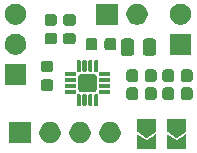
<source format=gbr>
G04 #@! TF.GenerationSoftware,KiCad,Pcbnew,5.1.5+dfsg1-2+b1*
G04 #@! TF.CreationDate,2020-04-04T21:00:22+09:00*
G04 #@! TF.ProjectId,dbmbyhd,64626d62-7968-4642-9e6b-696361645f70,rev?*
G04 #@! TF.SameCoordinates,Original*
G04 #@! TF.FileFunction,Soldermask,Top*
G04 #@! TF.FilePolarity,Negative*
%FSLAX46Y46*%
G04 Gerber Fmt 4.6, Leading zero omitted, Abs format (unit mm)*
G04 Created by KiCad (PCBNEW 5.1.5+dfsg1-2+b1) date 2020-04-04 21:00:22*
%MOMM*%
%LPD*%
G04 APERTURE LIST*
%ADD10C,0.020000*%
G04 APERTURE END LIST*
D10*
G36*
X152842550Y-106704748D02*
G01*
X152852161Y-106707674D01*
X152861016Y-106712419D01*
X152868775Y-106718801D01*
X152875140Y-106726573D01*
X152879867Y-106735438D01*
X152879867Y-106735439D01*
X152882773Y-106745056D01*
X152883771Y-106755242D01*
X152883771Y-107904754D01*
X152883747Y-107904998D01*
X152883747Y-107905000D01*
X152882762Y-107914998D01*
X152879846Y-107924611D01*
X152876081Y-107931654D01*
X152875108Y-107933475D01*
X152868737Y-107941237D01*
X152860975Y-107947608D01*
X152860971Y-107947610D01*
X152852111Y-107952346D01*
X152842498Y-107955262D01*
X152832500Y-107956247D01*
X152832498Y-107956247D01*
X152832254Y-107956271D01*
X151332746Y-107956271D01*
X151332502Y-107956247D01*
X151332500Y-107956247D01*
X151322502Y-107955262D01*
X151312889Y-107952346D01*
X151304029Y-107947610D01*
X151304025Y-107947608D01*
X151296263Y-107941237D01*
X151289892Y-107933475D01*
X151288919Y-107931654D01*
X151285154Y-107924611D01*
X151282238Y-107914998D01*
X151281253Y-107905000D01*
X151281253Y-107904998D01*
X151281229Y-107904754D01*
X151281229Y-106755246D01*
X151282238Y-106745003D01*
X151285154Y-106735390D01*
X151285154Y-106735389D01*
X151289890Y-106726529D01*
X151289892Y-106726525D01*
X151296263Y-106718763D01*
X151304025Y-106712392D01*
X151305846Y-106711419D01*
X151312889Y-106707654D01*
X151322502Y-106704738D01*
X151332500Y-106703753D01*
X151342498Y-106704738D01*
X151347304Y-106706196D01*
X151352112Y-106707654D01*
X151355337Y-106709376D01*
X151360927Y-106712360D01*
X151360934Y-106712365D01*
X151361150Y-106712480D01*
X152079727Y-107191531D01*
X152080592Y-107191992D01*
X152081530Y-107192276D01*
X152082505Y-107192371D01*
X152083480Y-107192274D01*
X152084418Y-107191988D01*
X152085273Y-107191531D01*
X152803854Y-106712477D01*
X152804073Y-106712360D01*
X152812938Y-106707633D01*
X152822555Y-106704727D01*
X152832554Y-106703753D01*
X152842550Y-106704748D01*
G37*
G36*
X155382550Y-106704748D02*
G01*
X155392161Y-106707674D01*
X155401016Y-106712419D01*
X155408775Y-106718801D01*
X155415140Y-106726573D01*
X155419867Y-106735438D01*
X155419867Y-106735439D01*
X155422773Y-106745056D01*
X155423771Y-106755242D01*
X155423771Y-107904754D01*
X155423747Y-107904998D01*
X155423747Y-107905000D01*
X155422762Y-107914998D01*
X155419846Y-107924611D01*
X155416081Y-107931654D01*
X155415108Y-107933475D01*
X155408737Y-107941237D01*
X155400975Y-107947608D01*
X155400971Y-107947610D01*
X155392111Y-107952346D01*
X155382498Y-107955262D01*
X155372500Y-107956247D01*
X155372498Y-107956247D01*
X155372254Y-107956271D01*
X153872746Y-107956271D01*
X153872502Y-107956247D01*
X153872500Y-107956247D01*
X153862502Y-107955262D01*
X153852889Y-107952346D01*
X153844029Y-107947610D01*
X153844025Y-107947608D01*
X153836263Y-107941237D01*
X153829892Y-107933475D01*
X153828919Y-107931654D01*
X153825154Y-107924611D01*
X153822238Y-107914998D01*
X153821253Y-107905000D01*
X153821253Y-107904998D01*
X153821229Y-107904754D01*
X153821229Y-106755246D01*
X153822238Y-106745003D01*
X153825154Y-106735390D01*
X153825154Y-106735389D01*
X153829890Y-106726529D01*
X153829892Y-106726525D01*
X153836263Y-106718763D01*
X153844025Y-106712392D01*
X153845846Y-106711419D01*
X153852889Y-106707654D01*
X153862502Y-106704738D01*
X153872500Y-106703753D01*
X153882498Y-106704738D01*
X153887304Y-106706196D01*
X153892112Y-106707654D01*
X153895337Y-106709376D01*
X153900927Y-106712360D01*
X153900934Y-106712365D01*
X153901150Y-106712480D01*
X154619727Y-107191531D01*
X154620592Y-107191992D01*
X154621530Y-107192276D01*
X154622505Y-107192371D01*
X154623480Y-107192274D01*
X154624418Y-107191988D01*
X154625273Y-107191531D01*
X155343854Y-106712477D01*
X155344073Y-106712360D01*
X155352938Y-106707633D01*
X155362555Y-106704727D01*
X155372554Y-106703753D01*
X155382550Y-106704748D01*
G37*
G36*
X146693812Y-105686624D02*
G01*
X146693815Y-105686625D01*
X146693814Y-105686625D01*
X146857781Y-105754542D01*
X147005354Y-105853147D01*
X147130853Y-105978646D01*
X147229458Y-106126219D01*
X147284831Y-106259902D01*
X147297376Y-106290188D01*
X147332000Y-106464259D01*
X147332000Y-106641741D01*
X147297376Y-106815812D01*
X147297375Y-106815814D01*
X147229458Y-106979781D01*
X147130853Y-107127354D01*
X147005354Y-107252853D01*
X146857781Y-107351458D01*
X146724098Y-107406831D01*
X146693812Y-107419376D01*
X146519741Y-107454000D01*
X146342259Y-107454000D01*
X146168188Y-107419376D01*
X146137902Y-107406831D01*
X146004219Y-107351458D01*
X145856646Y-107252853D01*
X145731147Y-107127354D01*
X145632542Y-106979781D01*
X145564625Y-106815814D01*
X145564624Y-106815812D01*
X145530000Y-106641741D01*
X145530000Y-106464259D01*
X145564624Y-106290188D01*
X145577169Y-106259902D01*
X145632542Y-106126219D01*
X145731147Y-105978646D01*
X145856646Y-105853147D01*
X146004219Y-105754542D01*
X146168186Y-105686625D01*
X146168185Y-105686625D01*
X146168188Y-105686624D01*
X146342259Y-105652000D01*
X146519741Y-105652000D01*
X146693812Y-105686624D01*
G37*
G36*
X142252000Y-107454000D02*
G01*
X140450000Y-107454000D01*
X140450000Y-105652000D01*
X142252000Y-105652000D01*
X142252000Y-107454000D01*
G37*
G36*
X144153812Y-105686624D02*
G01*
X144153815Y-105686625D01*
X144153814Y-105686625D01*
X144317781Y-105754542D01*
X144465354Y-105853147D01*
X144590853Y-105978646D01*
X144689458Y-106126219D01*
X144744831Y-106259902D01*
X144757376Y-106290188D01*
X144792000Y-106464259D01*
X144792000Y-106641741D01*
X144757376Y-106815812D01*
X144757375Y-106815814D01*
X144689458Y-106979781D01*
X144590853Y-107127354D01*
X144465354Y-107252853D01*
X144317781Y-107351458D01*
X144184098Y-107406831D01*
X144153812Y-107419376D01*
X143979741Y-107454000D01*
X143802259Y-107454000D01*
X143628188Y-107419376D01*
X143597902Y-107406831D01*
X143464219Y-107351458D01*
X143316646Y-107252853D01*
X143191147Y-107127354D01*
X143092542Y-106979781D01*
X143024625Y-106815814D01*
X143024624Y-106815812D01*
X142990000Y-106641741D01*
X142990000Y-106464259D01*
X143024624Y-106290188D01*
X143037169Y-106259902D01*
X143092542Y-106126219D01*
X143191147Y-105978646D01*
X143316646Y-105853147D01*
X143464219Y-105754542D01*
X143628186Y-105686625D01*
X143628185Y-105686625D01*
X143628188Y-105686624D01*
X143802259Y-105652000D01*
X143979741Y-105652000D01*
X144153812Y-105686624D01*
G37*
G36*
X149233812Y-105686624D02*
G01*
X149233815Y-105686625D01*
X149233814Y-105686625D01*
X149397781Y-105754542D01*
X149545354Y-105853147D01*
X149670853Y-105978646D01*
X149769458Y-106126219D01*
X149824831Y-106259902D01*
X149837376Y-106290188D01*
X149872000Y-106464259D01*
X149872000Y-106641741D01*
X149837376Y-106815812D01*
X149837375Y-106815814D01*
X149769458Y-106979781D01*
X149670853Y-107127354D01*
X149545354Y-107252853D01*
X149397781Y-107351458D01*
X149264098Y-107406831D01*
X149233812Y-107419376D01*
X149059741Y-107454000D01*
X148882259Y-107454000D01*
X148708188Y-107419376D01*
X148677902Y-107406831D01*
X148544219Y-107351458D01*
X148396646Y-107252853D01*
X148271147Y-107127354D01*
X148172542Y-106979781D01*
X148104625Y-106815814D01*
X148104624Y-106815812D01*
X148070000Y-106641741D01*
X148070000Y-106464259D01*
X148104624Y-106290188D01*
X148117169Y-106259902D01*
X148172542Y-106126219D01*
X148271147Y-105978646D01*
X148396646Y-105853147D01*
X148544219Y-105754542D01*
X148708186Y-105686625D01*
X148708185Y-105686625D01*
X148708188Y-105686624D01*
X148882259Y-105652000D01*
X149059741Y-105652000D01*
X149233812Y-105686624D01*
G37*
G36*
X152832498Y-105403753D02*
G01*
X152832500Y-105403753D01*
X152842498Y-105404738D01*
X152852111Y-105407654D01*
X152859154Y-105411419D01*
X152860975Y-105412392D01*
X152868737Y-105418763D01*
X152875108Y-105426525D01*
X152875110Y-105426529D01*
X152879846Y-105435389D01*
X152879846Y-105435390D01*
X152882762Y-105445003D01*
X152883771Y-105455246D01*
X152883771Y-106454754D01*
X152883747Y-106454998D01*
X152883747Y-106455000D01*
X152882762Y-106464998D01*
X152879846Y-106474611D01*
X152879819Y-106474661D01*
X152875108Y-106483475D01*
X152868739Y-106491235D01*
X152868737Y-106491237D01*
X152860927Y-106497640D01*
X152860920Y-106497645D01*
X152860733Y-106497798D01*
X152111146Y-106997523D01*
X152110929Y-106997639D01*
X152110927Y-106997640D01*
X152102062Y-107002367D01*
X152092445Y-107005273D01*
X152082446Y-107006247D01*
X152072450Y-107005252D01*
X152062839Y-107002326D01*
X152054073Y-106997640D01*
X152054070Y-106997638D01*
X152053851Y-106997521D01*
X151304268Y-106497799D01*
X151304078Y-106497643D01*
X151304073Y-106497640D01*
X151296301Y-106491275D01*
X151289919Y-106483516D01*
X151285174Y-106474661D01*
X151282248Y-106465050D01*
X151281253Y-106455000D01*
X151281253Y-106454991D01*
X151281229Y-106454749D01*
X151281229Y-105455246D01*
X151282238Y-105445003D01*
X151285154Y-105435390D01*
X151285154Y-105435389D01*
X151289890Y-105426529D01*
X151289892Y-105426525D01*
X151296263Y-105418763D01*
X151304025Y-105412392D01*
X151305846Y-105411419D01*
X151312889Y-105407654D01*
X151322502Y-105404738D01*
X151332500Y-105403753D01*
X151332502Y-105403753D01*
X151332746Y-105403729D01*
X152832254Y-105403729D01*
X152832498Y-105403753D01*
G37*
G36*
X155372498Y-105403753D02*
G01*
X155372500Y-105403753D01*
X155382498Y-105404738D01*
X155392111Y-105407654D01*
X155399154Y-105411419D01*
X155400975Y-105412392D01*
X155408737Y-105418763D01*
X155415108Y-105426525D01*
X155415110Y-105426529D01*
X155419846Y-105435389D01*
X155419846Y-105435390D01*
X155422762Y-105445003D01*
X155423771Y-105455246D01*
X155423771Y-106454754D01*
X155423747Y-106454998D01*
X155423747Y-106455000D01*
X155422762Y-106464998D01*
X155419846Y-106474611D01*
X155419819Y-106474661D01*
X155415108Y-106483475D01*
X155408739Y-106491235D01*
X155408737Y-106491237D01*
X155400927Y-106497640D01*
X155400920Y-106497645D01*
X155400733Y-106497798D01*
X154651146Y-106997523D01*
X154650929Y-106997639D01*
X154650927Y-106997640D01*
X154642062Y-107002367D01*
X154632445Y-107005273D01*
X154622446Y-107006247D01*
X154612450Y-107005252D01*
X154602839Y-107002326D01*
X154594073Y-106997640D01*
X154594070Y-106997638D01*
X154593851Y-106997521D01*
X153844268Y-106497799D01*
X153844078Y-106497643D01*
X153844073Y-106497640D01*
X153836301Y-106491275D01*
X153829919Y-106483516D01*
X153825174Y-106474661D01*
X153822248Y-106465050D01*
X153821253Y-106455000D01*
X153821253Y-106454991D01*
X153821229Y-106454749D01*
X153821229Y-105455246D01*
X153822238Y-105445003D01*
X153825154Y-105435390D01*
X153825154Y-105435389D01*
X153829890Y-105426529D01*
X153829892Y-105426525D01*
X153836263Y-105418763D01*
X153844025Y-105412392D01*
X153845846Y-105411419D01*
X153852889Y-105407654D01*
X153862502Y-105404738D01*
X153872500Y-105403753D01*
X153872502Y-105403753D01*
X153872746Y-105403729D01*
X155372254Y-105403729D01*
X155372498Y-105403753D01*
G37*
G36*
X146423174Y-103312667D02*
G01*
X146439211Y-103317531D01*
X146453987Y-103325429D01*
X146466940Y-103336060D01*
X146477571Y-103349013D01*
X146485469Y-103363789D01*
X146490333Y-103379826D01*
X146492000Y-103396746D01*
X146492000Y-104202254D01*
X146490333Y-104219174D01*
X146485469Y-104235211D01*
X146477571Y-104249987D01*
X146466940Y-104262940D01*
X146453987Y-104273571D01*
X146439211Y-104281469D01*
X146423174Y-104286333D01*
X146406254Y-104288000D01*
X146225746Y-104288000D01*
X146208826Y-104286333D01*
X146192789Y-104281469D01*
X146178013Y-104273571D01*
X146165060Y-104262940D01*
X146154429Y-104249987D01*
X146146531Y-104235211D01*
X146141667Y-104219174D01*
X146140000Y-104202254D01*
X146140000Y-103396746D01*
X146141667Y-103379826D01*
X146146531Y-103363789D01*
X146154429Y-103349013D01*
X146165060Y-103336060D01*
X146178013Y-103325429D01*
X146192789Y-103317531D01*
X146208826Y-103312667D01*
X146225746Y-103311000D01*
X146406254Y-103311000D01*
X146423174Y-103312667D01*
G37*
G36*
X146923174Y-103312667D02*
G01*
X146939211Y-103317531D01*
X146953987Y-103325429D01*
X146966940Y-103336060D01*
X146977571Y-103349013D01*
X146985469Y-103363789D01*
X146990333Y-103379826D01*
X146992000Y-103396746D01*
X146992000Y-104202254D01*
X146990333Y-104219174D01*
X146985469Y-104235211D01*
X146977571Y-104249987D01*
X146966940Y-104262940D01*
X146953987Y-104273571D01*
X146939211Y-104281469D01*
X146923174Y-104286333D01*
X146906254Y-104288000D01*
X146725746Y-104288000D01*
X146708826Y-104286333D01*
X146692789Y-104281469D01*
X146678013Y-104273571D01*
X146665060Y-104262940D01*
X146654429Y-104249987D01*
X146646531Y-104235211D01*
X146641667Y-104219174D01*
X146640000Y-104202254D01*
X146640000Y-103396746D01*
X146641667Y-103379826D01*
X146646531Y-103363789D01*
X146654429Y-103349013D01*
X146665060Y-103336060D01*
X146678013Y-103325429D01*
X146692789Y-103317531D01*
X146708826Y-103312667D01*
X146725746Y-103311000D01*
X146906254Y-103311000D01*
X146923174Y-103312667D01*
G37*
G36*
X147423174Y-103312667D02*
G01*
X147439211Y-103317531D01*
X147453987Y-103325429D01*
X147466940Y-103336060D01*
X147477571Y-103349013D01*
X147485469Y-103363789D01*
X147490333Y-103379826D01*
X147492000Y-103396746D01*
X147492000Y-104202254D01*
X147490333Y-104219174D01*
X147485469Y-104235211D01*
X147477571Y-104249987D01*
X147466940Y-104262940D01*
X147453987Y-104273571D01*
X147439211Y-104281469D01*
X147423174Y-104286333D01*
X147406254Y-104288000D01*
X147225746Y-104288000D01*
X147208826Y-104286333D01*
X147192789Y-104281469D01*
X147178013Y-104273571D01*
X147165060Y-104262940D01*
X147154429Y-104249987D01*
X147146531Y-104235211D01*
X147141667Y-104219174D01*
X147140000Y-104202254D01*
X147140000Y-103396746D01*
X147141667Y-103379826D01*
X147146531Y-103363789D01*
X147154429Y-103349013D01*
X147165060Y-103336060D01*
X147178013Y-103325429D01*
X147192789Y-103317531D01*
X147208826Y-103312667D01*
X147225746Y-103311000D01*
X147406254Y-103311000D01*
X147423174Y-103312667D01*
G37*
G36*
X147923174Y-103312667D02*
G01*
X147939211Y-103317531D01*
X147953987Y-103325429D01*
X147966940Y-103336060D01*
X147977571Y-103349013D01*
X147985469Y-103363789D01*
X147990333Y-103379826D01*
X147992000Y-103396746D01*
X147992000Y-104202254D01*
X147990333Y-104219174D01*
X147985469Y-104235211D01*
X147977571Y-104249987D01*
X147966940Y-104262940D01*
X147953987Y-104273571D01*
X147939211Y-104281469D01*
X147923174Y-104286333D01*
X147906254Y-104288000D01*
X147725746Y-104288000D01*
X147708826Y-104286333D01*
X147692789Y-104281469D01*
X147678013Y-104273571D01*
X147665060Y-104262940D01*
X147654429Y-104249987D01*
X147646531Y-104235211D01*
X147641667Y-104219174D01*
X147640000Y-104202254D01*
X147640000Y-103396746D01*
X147641667Y-103379826D01*
X147646531Y-103363789D01*
X147654429Y-103349013D01*
X147665060Y-103336060D01*
X147678013Y-103325429D01*
X147692789Y-103317531D01*
X147708826Y-103312667D01*
X147725746Y-103311000D01*
X147906254Y-103311000D01*
X147923174Y-103312667D01*
G37*
G36*
X155767407Y-102729669D02*
G01*
X155812753Y-102743425D01*
X155854549Y-102765765D01*
X155891176Y-102795824D01*
X155921235Y-102832451D01*
X155943575Y-102874247D01*
X155957331Y-102919593D01*
X155962000Y-102966996D01*
X155962000Y-103535004D01*
X155957331Y-103582407D01*
X155943575Y-103627753D01*
X155921235Y-103669549D01*
X155891176Y-103706176D01*
X155854549Y-103736235D01*
X155812753Y-103758575D01*
X155767407Y-103772331D01*
X155720004Y-103777000D01*
X155226996Y-103777000D01*
X155179593Y-103772331D01*
X155134247Y-103758575D01*
X155092451Y-103736235D01*
X155055824Y-103706176D01*
X155025765Y-103669549D01*
X155003425Y-103627753D01*
X154989669Y-103582407D01*
X154985000Y-103535004D01*
X154985000Y-102966996D01*
X154989669Y-102919593D01*
X155003425Y-102874247D01*
X155025765Y-102832451D01*
X155055824Y-102795824D01*
X155092451Y-102765765D01*
X155134247Y-102743425D01*
X155179593Y-102729669D01*
X155226996Y-102725000D01*
X155720004Y-102725000D01*
X155767407Y-102729669D01*
G37*
G36*
X154192407Y-102729669D02*
G01*
X154237753Y-102743425D01*
X154279549Y-102765765D01*
X154316176Y-102795824D01*
X154346235Y-102832451D01*
X154368575Y-102874247D01*
X154382331Y-102919593D01*
X154387000Y-102966996D01*
X154387000Y-103535004D01*
X154382331Y-103582407D01*
X154368575Y-103627753D01*
X154346235Y-103669549D01*
X154316176Y-103706176D01*
X154279549Y-103736235D01*
X154237753Y-103758575D01*
X154192407Y-103772331D01*
X154145004Y-103777000D01*
X153651996Y-103777000D01*
X153604593Y-103772331D01*
X153559247Y-103758575D01*
X153517451Y-103736235D01*
X153480824Y-103706176D01*
X153450765Y-103669549D01*
X153428425Y-103627753D01*
X153414669Y-103582407D01*
X153410000Y-103535004D01*
X153410000Y-102966996D01*
X153414669Y-102919593D01*
X153428425Y-102874247D01*
X153450765Y-102832451D01*
X153480824Y-102795824D01*
X153517451Y-102765765D01*
X153559247Y-102743425D01*
X153604593Y-102729669D01*
X153651996Y-102725000D01*
X154145004Y-102725000D01*
X154192407Y-102729669D01*
G37*
G36*
X151144407Y-102729669D02*
G01*
X151189753Y-102743425D01*
X151231549Y-102765765D01*
X151268176Y-102795824D01*
X151298235Y-102832451D01*
X151320575Y-102874247D01*
X151334331Y-102919593D01*
X151339000Y-102966996D01*
X151339000Y-103535004D01*
X151334331Y-103582407D01*
X151320575Y-103627753D01*
X151298235Y-103669549D01*
X151268176Y-103706176D01*
X151231549Y-103736235D01*
X151189753Y-103758575D01*
X151144407Y-103772331D01*
X151097004Y-103777000D01*
X150603996Y-103777000D01*
X150556593Y-103772331D01*
X150511247Y-103758575D01*
X150469451Y-103736235D01*
X150432824Y-103706176D01*
X150402765Y-103669549D01*
X150380425Y-103627753D01*
X150366669Y-103582407D01*
X150362000Y-103535004D01*
X150362000Y-102966996D01*
X150366669Y-102919593D01*
X150380425Y-102874247D01*
X150402765Y-102832451D01*
X150432824Y-102795824D01*
X150469451Y-102765765D01*
X150511247Y-102743425D01*
X150556593Y-102729669D01*
X150603996Y-102725000D01*
X151097004Y-102725000D01*
X151144407Y-102729669D01*
G37*
G36*
X152719407Y-102729669D02*
G01*
X152764753Y-102743425D01*
X152806549Y-102765765D01*
X152843176Y-102795824D01*
X152873235Y-102832451D01*
X152895575Y-102874247D01*
X152909331Y-102919593D01*
X152914000Y-102966996D01*
X152914000Y-103535004D01*
X152909331Y-103582407D01*
X152895575Y-103627753D01*
X152873235Y-103669549D01*
X152843176Y-103706176D01*
X152806549Y-103736235D01*
X152764753Y-103758575D01*
X152719407Y-103772331D01*
X152672004Y-103777000D01*
X152178996Y-103777000D01*
X152131593Y-103772331D01*
X152086247Y-103758575D01*
X152044451Y-103736235D01*
X152007824Y-103706176D01*
X151977765Y-103669549D01*
X151955425Y-103627753D01*
X151941669Y-103582407D01*
X151937000Y-103535004D01*
X151937000Y-102966996D01*
X151941669Y-102919593D01*
X151955425Y-102874247D01*
X151977765Y-102832451D01*
X152007824Y-102795824D01*
X152044451Y-102765765D01*
X152086247Y-102743425D01*
X152131593Y-102729669D01*
X152178996Y-102725000D01*
X152672004Y-102725000D01*
X152719407Y-102729669D01*
G37*
G36*
X148923174Y-102937667D02*
G01*
X148939211Y-102942531D01*
X148953987Y-102950429D01*
X148966940Y-102961060D01*
X148977571Y-102974013D01*
X148985469Y-102988789D01*
X148990333Y-103004826D01*
X148992000Y-103021746D01*
X148992000Y-103202254D01*
X148990333Y-103219174D01*
X148985469Y-103235211D01*
X148977571Y-103249987D01*
X148966940Y-103262940D01*
X148953987Y-103273571D01*
X148939211Y-103281469D01*
X148923174Y-103286333D01*
X148906254Y-103288000D01*
X148100746Y-103288000D01*
X148083826Y-103286333D01*
X148067789Y-103281469D01*
X148053013Y-103273571D01*
X148040060Y-103262940D01*
X148029429Y-103249987D01*
X148021531Y-103235211D01*
X148016667Y-103219174D01*
X148015000Y-103202254D01*
X148015000Y-103021746D01*
X148016667Y-103004826D01*
X148021531Y-102988789D01*
X148029429Y-102974013D01*
X148040060Y-102961060D01*
X148053013Y-102950429D01*
X148067789Y-102942531D01*
X148083826Y-102937667D01*
X148100746Y-102936000D01*
X148906254Y-102936000D01*
X148923174Y-102937667D01*
G37*
G36*
X146048174Y-102937667D02*
G01*
X146064211Y-102942531D01*
X146078987Y-102950429D01*
X146091940Y-102961060D01*
X146102571Y-102974013D01*
X146110469Y-102988789D01*
X146115333Y-103004826D01*
X146117000Y-103021746D01*
X146117000Y-103202254D01*
X146115333Y-103219174D01*
X146110469Y-103235211D01*
X146102571Y-103249987D01*
X146091940Y-103262940D01*
X146078987Y-103273571D01*
X146064211Y-103281469D01*
X146048174Y-103286333D01*
X146031254Y-103288000D01*
X145225746Y-103288000D01*
X145208826Y-103286333D01*
X145192789Y-103281469D01*
X145178013Y-103273571D01*
X145165060Y-103262940D01*
X145154429Y-103249987D01*
X145146531Y-103235211D01*
X145141667Y-103219174D01*
X145140000Y-103202254D01*
X145140000Y-103021746D01*
X145141667Y-103004826D01*
X145146531Y-102988789D01*
X145154429Y-102974013D01*
X145165060Y-102961060D01*
X145178013Y-102950429D01*
X145192789Y-102942531D01*
X145208826Y-102937667D01*
X145225746Y-102936000D01*
X146031254Y-102936000D01*
X146048174Y-102937667D01*
G37*
G36*
X147629248Y-101591103D02*
G01*
X147678828Y-101606142D01*
X147724521Y-101630566D01*
X147764568Y-101663432D01*
X147797434Y-101703479D01*
X147821858Y-101749172D01*
X147836897Y-101798752D01*
X147842000Y-101850557D01*
X147842000Y-102873443D01*
X147836897Y-102925248D01*
X147821858Y-102974828D01*
X147797434Y-103020521D01*
X147764568Y-103060568D01*
X147724521Y-103093434D01*
X147678828Y-103117858D01*
X147629248Y-103132897D01*
X147577443Y-103138000D01*
X146554557Y-103138000D01*
X146502752Y-103132897D01*
X146453172Y-103117858D01*
X146407479Y-103093434D01*
X146367432Y-103060568D01*
X146334566Y-103020521D01*
X146310142Y-102974828D01*
X146295103Y-102925248D01*
X146290000Y-102873443D01*
X146290000Y-101850557D01*
X146295103Y-101798752D01*
X146310142Y-101749172D01*
X146334566Y-101703479D01*
X146367432Y-101663432D01*
X146407479Y-101630566D01*
X146453172Y-101606142D01*
X146502752Y-101591103D01*
X146554557Y-101586000D01*
X147577443Y-101586000D01*
X147629248Y-101591103D01*
G37*
G36*
X143968407Y-102030669D02*
G01*
X144013753Y-102044425D01*
X144055549Y-102066765D01*
X144092176Y-102096824D01*
X144122235Y-102133451D01*
X144144575Y-102175247D01*
X144158331Y-102220593D01*
X144163000Y-102267996D01*
X144163000Y-102761004D01*
X144158331Y-102808407D01*
X144144575Y-102853753D01*
X144122235Y-102895549D01*
X144092176Y-102932176D01*
X144055549Y-102962235D01*
X144013753Y-102984575D01*
X143968407Y-102998331D01*
X143921004Y-103003000D01*
X143352996Y-103003000D01*
X143305593Y-102998331D01*
X143260247Y-102984575D01*
X143218451Y-102962235D01*
X143181824Y-102932176D01*
X143151765Y-102895549D01*
X143129425Y-102853753D01*
X143115669Y-102808407D01*
X143111000Y-102761004D01*
X143111000Y-102267996D01*
X143115669Y-102220593D01*
X143129425Y-102175247D01*
X143151765Y-102133451D01*
X143181824Y-102096824D01*
X143218451Y-102066765D01*
X143260247Y-102044425D01*
X143305593Y-102030669D01*
X143352996Y-102026000D01*
X143921004Y-102026000D01*
X143968407Y-102030669D01*
G37*
G36*
X146048174Y-102437667D02*
G01*
X146064211Y-102442531D01*
X146078987Y-102450429D01*
X146091940Y-102461060D01*
X146102571Y-102474013D01*
X146110469Y-102488789D01*
X146115333Y-102504826D01*
X146117000Y-102521746D01*
X146117000Y-102702254D01*
X146115333Y-102719174D01*
X146110469Y-102735211D01*
X146102571Y-102749987D01*
X146091940Y-102762940D01*
X146078987Y-102773571D01*
X146064211Y-102781469D01*
X146048174Y-102786333D01*
X146031254Y-102788000D01*
X145225746Y-102788000D01*
X145208826Y-102786333D01*
X145192789Y-102781469D01*
X145178013Y-102773571D01*
X145165060Y-102762940D01*
X145154429Y-102749987D01*
X145146531Y-102735211D01*
X145141667Y-102719174D01*
X145140000Y-102702254D01*
X145140000Y-102521746D01*
X145141667Y-102504826D01*
X145146531Y-102488789D01*
X145154429Y-102474013D01*
X145165060Y-102461060D01*
X145178013Y-102450429D01*
X145192789Y-102442531D01*
X145208826Y-102437667D01*
X145225746Y-102436000D01*
X146031254Y-102436000D01*
X146048174Y-102437667D01*
G37*
G36*
X148923174Y-102437667D02*
G01*
X148939211Y-102442531D01*
X148953987Y-102450429D01*
X148966940Y-102461060D01*
X148977571Y-102474013D01*
X148985469Y-102488789D01*
X148990333Y-102504826D01*
X148992000Y-102521746D01*
X148992000Y-102702254D01*
X148990333Y-102719174D01*
X148985469Y-102735211D01*
X148977571Y-102749987D01*
X148966940Y-102762940D01*
X148953987Y-102773571D01*
X148939211Y-102781469D01*
X148923174Y-102786333D01*
X148906254Y-102788000D01*
X148100746Y-102788000D01*
X148083826Y-102786333D01*
X148067789Y-102781469D01*
X148053013Y-102773571D01*
X148040060Y-102762940D01*
X148029429Y-102749987D01*
X148021531Y-102735211D01*
X148016667Y-102719174D01*
X148015000Y-102702254D01*
X148015000Y-102521746D01*
X148016667Y-102504826D01*
X148021531Y-102488789D01*
X148029429Y-102474013D01*
X148040060Y-102461060D01*
X148053013Y-102450429D01*
X148067789Y-102442531D01*
X148083826Y-102437667D01*
X148100746Y-102436000D01*
X148906254Y-102436000D01*
X148923174Y-102437667D01*
G37*
G36*
X141871000Y-102501000D02*
G01*
X140069000Y-102501000D01*
X140069000Y-100699000D01*
X141871000Y-100699000D01*
X141871000Y-102501000D01*
G37*
G36*
X148923174Y-101937667D02*
G01*
X148939211Y-101942531D01*
X148953987Y-101950429D01*
X148966940Y-101961060D01*
X148977571Y-101974013D01*
X148985469Y-101988789D01*
X148990333Y-102004826D01*
X148992000Y-102021746D01*
X148992000Y-102202254D01*
X148990333Y-102219174D01*
X148985469Y-102235211D01*
X148977571Y-102249987D01*
X148966940Y-102262940D01*
X148953987Y-102273571D01*
X148939211Y-102281469D01*
X148923174Y-102286333D01*
X148906254Y-102288000D01*
X148100746Y-102288000D01*
X148083826Y-102286333D01*
X148067789Y-102281469D01*
X148053013Y-102273571D01*
X148040060Y-102262940D01*
X148029429Y-102249987D01*
X148021531Y-102235211D01*
X148016667Y-102219174D01*
X148015000Y-102202254D01*
X148015000Y-102021746D01*
X148016667Y-102004826D01*
X148021531Y-101988789D01*
X148029429Y-101974013D01*
X148040060Y-101961060D01*
X148053013Y-101950429D01*
X148067789Y-101942531D01*
X148083826Y-101937667D01*
X148100746Y-101936000D01*
X148906254Y-101936000D01*
X148923174Y-101937667D01*
G37*
G36*
X146048174Y-101937667D02*
G01*
X146064211Y-101942531D01*
X146078987Y-101950429D01*
X146091940Y-101961060D01*
X146102571Y-101974013D01*
X146110469Y-101988789D01*
X146115333Y-102004826D01*
X146117000Y-102021746D01*
X146117000Y-102202254D01*
X146115333Y-102219174D01*
X146110469Y-102235211D01*
X146102571Y-102249987D01*
X146091940Y-102262940D01*
X146078987Y-102273571D01*
X146064211Y-102281469D01*
X146048174Y-102286333D01*
X146031254Y-102288000D01*
X145225746Y-102288000D01*
X145208826Y-102286333D01*
X145192789Y-102281469D01*
X145178013Y-102273571D01*
X145165060Y-102262940D01*
X145154429Y-102249987D01*
X145146531Y-102235211D01*
X145141667Y-102219174D01*
X145140000Y-102202254D01*
X145140000Y-102021746D01*
X145141667Y-102004826D01*
X145146531Y-101988789D01*
X145154429Y-101974013D01*
X145165060Y-101961060D01*
X145178013Y-101950429D01*
X145192789Y-101942531D01*
X145208826Y-101937667D01*
X145225746Y-101936000D01*
X146031254Y-101936000D01*
X146048174Y-101937667D01*
G37*
G36*
X151144407Y-101205669D02*
G01*
X151189753Y-101219425D01*
X151231549Y-101241765D01*
X151268176Y-101271824D01*
X151298235Y-101308451D01*
X151320575Y-101350247D01*
X151334331Y-101395593D01*
X151339000Y-101442996D01*
X151339000Y-102011004D01*
X151334331Y-102058407D01*
X151320575Y-102103753D01*
X151298235Y-102145549D01*
X151268176Y-102182176D01*
X151231549Y-102212235D01*
X151189753Y-102234575D01*
X151144407Y-102248331D01*
X151097004Y-102253000D01*
X150603996Y-102253000D01*
X150556593Y-102248331D01*
X150511247Y-102234575D01*
X150469451Y-102212235D01*
X150432824Y-102182176D01*
X150402765Y-102145549D01*
X150380425Y-102103753D01*
X150366669Y-102058407D01*
X150362000Y-102011004D01*
X150362000Y-101442996D01*
X150366669Y-101395593D01*
X150380425Y-101350247D01*
X150402765Y-101308451D01*
X150432824Y-101271824D01*
X150469451Y-101241765D01*
X150511247Y-101219425D01*
X150556593Y-101205669D01*
X150603996Y-101201000D01*
X151097004Y-101201000D01*
X151144407Y-101205669D01*
G37*
G36*
X154192407Y-101205669D02*
G01*
X154237753Y-101219425D01*
X154279549Y-101241765D01*
X154316176Y-101271824D01*
X154346235Y-101308451D01*
X154368575Y-101350247D01*
X154382331Y-101395593D01*
X154387000Y-101442996D01*
X154387000Y-102011004D01*
X154382331Y-102058407D01*
X154368575Y-102103753D01*
X154346235Y-102145549D01*
X154316176Y-102182176D01*
X154279549Y-102212235D01*
X154237753Y-102234575D01*
X154192407Y-102248331D01*
X154145004Y-102253000D01*
X153651996Y-102253000D01*
X153604593Y-102248331D01*
X153559247Y-102234575D01*
X153517451Y-102212235D01*
X153480824Y-102182176D01*
X153450765Y-102145549D01*
X153428425Y-102103753D01*
X153414669Y-102058407D01*
X153410000Y-102011004D01*
X153410000Y-101442996D01*
X153414669Y-101395593D01*
X153428425Y-101350247D01*
X153450765Y-101308451D01*
X153480824Y-101271824D01*
X153517451Y-101241765D01*
X153559247Y-101219425D01*
X153604593Y-101205669D01*
X153651996Y-101201000D01*
X154145004Y-101201000D01*
X154192407Y-101205669D01*
G37*
G36*
X155767407Y-101205669D02*
G01*
X155812753Y-101219425D01*
X155854549Y-101241765D01*
X155891176Y-101271824D01*
X155921235Y-101308451D01*
X155943575Y-101350247D01*
X155957331Y-101395593D01*
X155962000Y-101442996D01*
X155962000Y-102011004D01*
X155957331Y-102058407D01*
X155943575Y-102103753D01*
X155921235Y-102145549D01*
X155891176Y-102182176D01*
X155854549Y-102212235D01*
X155812753Y-102234575D01*
X155767407Y-102248331D01*
X155720004Y-102253000D01*
X155226996Y-102253000D01*
X155179593Y-102248331D01*
X155134247Y-102234575D01*
X155092451Y-102212235D01*
X155055824Y-102182176D01*
X155025765Y-102145549D01*
X155003425Y-102103753D01*
X154989669Y-102058407D01*
X154985000Y-102011004D01*
X154985000Y-101442996D01*
X154989669Y-101395593D01*
X155003425Y-101350247D01*
X155025765Y-101308451D01*
X155055824Y-101271824D01*
X155092451Y-101241765D01*
X155134247Y-101219425D01*
X155179593Y-101205669D01*
X155226996Y-101201000D01*
X155720004Y-101201000D01*
X155767407Y-101205669D01*
G37*
G36*
X152719407Y-101205669D02*
G01*
X152764753Y-101219425D01*
X152806549Y-101241765D01*
X152843176Y-101271824D01*
X152873235Y-101308451D01*
X152895575Y-101350247D01*
X152909331Y-101395593D01*
X152914000Y-101442996D01*
X152914000Y-102011004D01*
X152909331Y-102058407D01*
X152895575Y-102103753D01*
X152873235Y-102145549D01*
X152843176Y-102182176D01*
X152806549Y-102212235D01*
X152764753Y-102234575D01*
X152719407Y-102248331D01*
X152672004Y-102253000D01*
X152178996Y-102253000D01*
X152131593Y-102248331D01*
X152086247Y-102234575D01*
X152044451Y-102212235D01*
X152007824Y-102182176D01*
X151977765Y-102145549D01*
X151955425Y-102103753D01*
X151941669Y-102058407D01*
X151937000Y-102011004D01*
X151937000Y-101442996D01*
X151941669Y-101395593D01*
X151955425Y-101350247D01*
X151977765Y-101308451D01*
X152007824Y-101271824D01*
X152044451Y-101241765D01*
X152086247Y-101219425D01*
X152131593Y-101205669D01*
X152178996Y-101201000D01*
X152672004Y-101201000D01*
X152719407Y-101205669D01*
G37*
G36*
X148923174Y-101437667D02*
G01*
X148939211Y-101442531D01*
X148953987Y-101450429D01*
X148966940Y-101461060D01*
X148977571Y-101474013D01*
X148985469Y-101488789D01*
X148990333Y-101504826D01*
X148992000Y-101521746D01*
X148992000Y-101702254D01*
X148990333Y-101719174D01*
X148985469Y-101735211D01*
X148977571Y-101749987D01*
X148966940Y-101762940D01*
X148953987Y-101773571D01*
X148939211Y-101781469D01*
X148923174Y-101786333D01*
X148906254Y-101788000D01*
X148100746Y-101788000D01*
X148083826Y-101786333D01*
X148067789Y-101781469D01*
X148053013Y-101773571D01*
X148040060Y-101762940D01*
X148029429Y-101749987D01*
X148021531Y-101735211D01*
X148016667Y-101719174D01*
X148015000Y-101702254D01*
X148015000Y-101521746D01*
X148016667Y-101504826D01*
X148021531Y-101488789D01*
X148029429Y-101474013D01*
X148040060Y-101461060D01*
X148053013Y-101450429D01*
X148067789Y-101442531D01*
X148083826Y-101437667D01*
X148100746Y-101436000D01*
X148906254Y-101436000D01*
X148923174Y-101437667D01*
G37*
G36*
X146048174Y-101437667D02*
G01*
X146064211Y-101442531D01*
X146078987Y-101450429D01*
X146091940Y-101461060D01*
X146102571Y-101474013D01*
X146110469Y-101488789D01*
X146115333Y-101504826D01*
X146117000Y-101521746D01*
X146117000Y-101702254D01*
X146115333Y-101719174D01*
X146110469Y-101735211D01*
X146102571Y-101749987D01*
X146091940Y-101762940D01*
X146078987Y-101773571D01*
X146064211Y-101781469D01*
X146048174Y-101786333D01*
X146031254Y-101788000D01*
X145225746Y-101788000D01*
X145208826Y-101786333D01*
X145192789Y-101781469D01*
X145178013Y-101773571D01*
X145165060Y-101762940D01*
X145154429Y-101749987D01*
X145146531Y-101735211D01*
X145141667Y-101719174D01*
X145140000Y-101702254D01*
X145140000Y-101521746D01*
X145141667Y-101504826D01*
X145146531Y-101488789D01*
X145154429Y-101474013D01*
X145165060Y-101461060D01*
X145178013Y-101450429D01*
X145192789Y-101442531D01*
X145208826Y-101437667D01*
X145225746Y-101436000D01*
X146031254Y-101436000D01*
X146048174Y-101437667D01*
G37*
G36*
X143968407Y-100455669D02*
G01*
X144013753Y-100469425D01*
X144055549Y-100491765D01*
X144092176Y-100521824D01*
X144122235Y-100558451D01*
X144144575Y-100600247D01*
X144158331Y-100645593D01*
X144163000Y-100692996D01*
X144163000Y-101186004D01*
X144158331Y-101233407D01*
X144144575Y-101278753D01*
X144122235Y-101320549D01*
X144092176Y-101357176D01*
X144055549Y-101387235D01*
X144013753Y-101409575D01*
X143968407Y-101423331D01*
X143921004Y-101428000D01*
X143352996Y-101428000D01*
X143305593Y-101423331D01*
X143260247Y-101409575D01*
X143218451Y-101387235D01*
X143181824Y-101357176D01*
X143151765Y-101320549D01*
X143129425Y-101278753D01*
X143115669Y-101233407D01*
X143111000Y-101186004D01*
X143111000Y-100692996D01*
X143115669Y-100645593D01*
X143129425Y-100600247D01*
X143151765Y-100558451D01*
X143181824Y-100521824D01*
X143218451Y-100491765D01*
X143260247Y-100469425D01*
X143305593Y-100455669D01*
X143352996Y-100451000D01*
X143921004Y-100451000D01*
X143968407Y-100455669D01*
G37*
G36*
X146423174Y-100437667D02*
G01*
X146439211Y-100442531D01*
X146453987Y-100450429D01*
X146466940Y-100461060D01*
X146477571Y-100474013D01*
X146485469Y-100488789D01*
X146490333Y-100504826D01*
X146492000Y-100521746D01*
X146492000Y-101327254D01*
X146490333Y-101344174D01*
X146485469Y-101360211D01*
X146477571Y-101374987D01*
X146466940Y-101387940D01*
X146453987Y-101398571D01*
X146439211Y-101406469D01*
X146423174Y-101411333D01*
X146406254Y-101413000D01*
X146225746Y-101413000D01*
X146208826Y-101411333D01*
X146192789Y-101406469D01*
X146178013Y-101398571D01*
X146165060Y-101387940D01*
X146154429Y-101374987D01*
X146146531Y-101360211D01*
X146141667Y-101344174D01*
X146140000Y-101327254D01*
X146140000Y-100521746D01*
X146141667Y-100504826D01*
X146146531Y-100488789D01*
X146154429Y-100474013D01*
X146165060Y-100461060D01*
X146178013Y-100450429D01*
X146192789Y-100442531D01*
X146208826Y-100437667D01*
X146225746Y-100436000D01*
X146406254Y-100436000D01*
X146423174Y-100437667D01*
G37*
G36*
X147923174Y-100437667D02*
G01*
X147939211Y-100442531D01*
X147953987Y-100450429D01*
X147966940Y-100461060D01*
X147977571Y-100474013D01*
X147985469Y-100488789D01*
X147990333Y-100504826D01*
X147992000Y-100521746D01*
X147992000Y-101327254D01*
X147990333Y-101344174D01*
X147985469Y-101360211D01*
X147977571Y-101374987D01*
X147966940Y-101387940D01*
X147953987Y-101398571D01*
X147939211Y-101406469D01*
X147923174Y-101411333D01*
X147906254Y-101413000D01*
X147725746Y-101413000D01*
X147708826Y-101411333D01*
X147692789Y-101406469D01*
X147678013Y-101398571D01*
X147665060Y-101387940D01*
X147654429Y-101374987D01*
X147646531Y-101360211D01*
X147641667Y-101344174D01*
X147640000Y-101327254D01*
X147640000Y-100521746D01*
X147641667Y-100504826D01*
X147646531Y-100488789D01*
X147654429Y-100474013D01*
X147665060Y-100461060D01*
X147678013Y-100450429D01*
X147692789Y-100442531D01*
X147708826Y-100437667D01*
X147725746Y-100436000D01*
X147906254Y-100436000D01*
X147923174Y-100437667D01*
G37*
G36*
X147423174Y-100437667D02*
G01*
X147439211Y-100442531D01*
X147453987Y-100450429D01*
X147466940Y-100461060D01*
X147477571Y-100474013D01*
X147485469Y-100488789D01*
X147490333Y-100504826D01*
X147492000Y-100521746D01*
X147492000Y-101327254D01*
X147490333Y-101344174D01*
X147485469Y-101360211D01*
X147477571Y-101374987D01*
X147466940Y-101387940D01*
X147453987Y-101398571D01*
X147439211Y-101406469D01*
X147423174Y-101411333D01*
X147406254Y-101413000D01*
X147225746Y-101413000D01*
X147208826Y-101411333D01*
X147192789Y-101406469D01*
X147178013Y-101398571D01*
X147165060Y-101387940D01*
X147154429Y-101374987D01*
X147146531Y-101360211D01*
X147141667Y-101344174D01*
X147140000Y-101327254D01*
X147140000Y-100521746D01*
X147141667Y-100504826D01*
X147146531Y-100488789D01*
X147154429Y-100474013D01*
X147165060Y-100461060D01*
X147178013Y-100450429D01*
X147192789Y-100442531D01*
X147208826Y-100437667D01*
X147225746Y-100436000D01*
X147406254Y-100436000D01*
X147423174Y-100437667D01*
G37*
G36*
X146923174Y-100437667D02*
G01*
X146939211Y-100442531D01*
X146953987Y-100450429D01*
X146966940Y-100461060D01*
X146977571Y-100474013D01*
X146985469Y-100488789D01*
X146990333Y-100504826D01*
X146992000Y-100521746D01*
X146992000Y-101327254D01*
X146990333Y-101344174D01*
X146985469Y-101360211D01*
X146977571Y-101374987D01*
X146966940Y-101387940D01*
X146953987Y-101398571D01*
X146939211Y-101406469D01*
X146923174Y-101411333D01*
X146906254Y-101413000D01*
X146725746Y-101413000D01*
X146708826Y-101411333D01*
X146692789Y-101406469D01*
X146678013Y-101398571D01*
X146665060Y-101387940D01*
X146654429Y-101374987D01*
X146646531Y-101360211D01*
X146641667Y-101344174D01*
X146640000Y-101327254D01*
X146640000Y-100521746D01*
X146641667Y-100504826D01*
X146646531Y-100488789D01*
X146654429Y-100474013D01*
X146665060Y-100461060D01*
X146678013Y-100450429D01*
X146692789Y-100442531D01*
X146708826Y-100437667D01*
X146725746Y-100436000D01*
X146906254Y-100436000D01*
X146923174Y-100437667D01*
G37*
G36*
X150770285Y-98568150D02*
G01*
X150820323Y-98583328D01*
X150866437Y-98607977D01*
X150906854Y-98641146D01*
X150940023Y-98681563D01*
X150964672Y-98727677D01*
X150979850Y-98777715D01*
X150985000Y-98829996D01*
X150985000Y-99798004D01*
X150979850Y-99850285D01*
X150964672Y-99900323D01*
X150940023Y-99946437D01*
X150906854Y-99986854D01*
X150866437Y-100020023D01*
X150820323Y-100044672D01*
X150770285Y-100059850D01*
X150718004Y-100065000D01*
X150174996Y-100065000D01*
X150122715Y-100059850D01*
X150072677Y-100044672D01*
X150026563Y-100020023D01*
X149986146Y-99986854D01*
X149952977Y-99946437D01*
X149928328Y-99900323D01*
X149913150Y-99850285D01*
X149908000Y-99798004D01*
X149908000Y-98829996D01*
X149913150Y-98777715D01*
X149928328Y-98727677D01*
X149952977Y-98681563D01*
X149986146Y-98641146D01*
X150026563Y-98607977D01*
X150072677Y-98583328D01*
X150122715Y-98568150D01*
X150174996Y-98563000D01*
X150718004Y-98563000D01*
X150770285Y-98568150D01*
G37*
G36*
X152645285Y-98568150D02*
G01*
X152695323Y-98583328D01*
X152741437Y-98607977D01*
X152781854Y-98641146D01*
X152815023Y-98681563D01*
X152839672Y-98727677D01*
X152854850Y-98777715D01*
X152860000Y-98829996D01*
X152860000Y-99798004D01*
X152854850Y-99850285D01*
X152839672Y-99900323D01*
X152815023Y-99946437D01*
X152781854Y-99986854D01*
X152741437Y-100020023D01*
X152695323Y-100044672D01*
X152645285Y-100059850D01*
X152593004Y-100065000D01*
X152049996Y-100065000D01*
X151997715Y-100059850D01*
X151947677Y-100044672D01*
X151901563Y-100020023D01*
X151861146Y-99986854D01*
X151827977Y-99946437D01*
X151803328Y-99900323D01*
X151788150Y-99850285D01*
X151783000Y-99798004D01*
X151783000Y-98829996D01*
X151788150Y-98777715D01*
X151803328Y-98727677D01*
X151827977Y-98681563D01*
X151861146Y-98641146D01*
X151901563Y-98607977D01*
X151947677Y-98583328D01*
X151997715Y-98568150D01*
X152049996Y-98563000D01*
X152593004Y-98563000D01*
X152645285Y-98568150D01*
G37*
G36*
X141232812Y-98193624D02*
G01*
X141232815Y-98193625D01*
X141232814Y-98193625D01*
X141396781Y-98261542D01*
X141544354Y-98360147D01*
X141669853Y-98485646D01*
X141768458Y-98633219D01*
X141807963Y-98728593D01*
X141836376Y-98797188D01*
X141871000Y-98971259D01*
X141871000Y-99148741D01*
X141836376Y-99322812D01*
X141827598Y-99344004D01*
X141768458Y-99486781D01*
X141669853Y-99634354D01*
X141544354Y-99759853D01*
X141396781Y-99858458D01*
X141299415Y-99898788D01*
X141232812Y-99926376D01*
X141058741Y-99961000D01*
X140881259Y-99961000D01*
X140707188Y-99926376D01*
X140640585Y-99898788D01*
X140543219Y-99858458D01*
X140395646Y-99759853D01*
X140270147Y-99634354D01*
X140171542Y-99486781D01*
X140112402Y-99344004D01*
X140103624Y-99322812D01*
X140069000Y-99148741D01*
X140069000Y-98971259D01*
X140103624Y-98797188D01*
X140132037Y-98728593D01*
X140171542Y-98633219D01*
X140270147Y-98485646D01*
X140395646Y-98360147D01*
X140543219Y-98261542D01*
X140707186Y-98193625D01*
X140707185Y-98193625D01*
X140707188Y-98193624D01*
X140881259Y-98159000D01*
X141058741Y-98159000D01*
X141232812Y-98193624D01*
G37*
G36*
X155841000Y-99961000D02*
G01*
X154039000Y-99961000D01*
X154039000Y-98159000D01*
X155841000Y-98159000D01*
X155841000Y-99961000D01*
G37*
G36*
X149290407Y-98538669D02*
G01*
X149335753Y-98552425D01*
X149377549Y-98574765D01*
X149414176Y-98604824D01*
X149444235Y-98641451D01*
X149466575Y-98683247D01*
X149480331Y-98728593D01*
X149485000Y-98775996D01*
X149485000Y-99344004D01*
X149480331Y-99391407D01*
X149466575Y-99436753D01*
X149444235Y-99478549D01*
X149414176Y-99515176D01*
X149377549Y-99545235D01*
X149335753Y-99567575D01*
X149290407Y-99581331D01*
X149243004Y-99586000D01*
X148749996Y-99586000D01*
X148702593Y-99581331D01*
X148657247Y-99567575D01*
X148615451Y-99545235D01*
X148578824Y-99515176D01*
X148548765Y-99478549D01*
X148526425Y-99436753D01*
X148512669Y-99391407D01*
X148508000Y-99344004D01*
X148508000Y-98775996D01*
X148512669Y-98728593D01*
X148526425Y-98683247D01*
X148548765Y-98641451D01*
X148578824Y-98604824D01*
X148615451Y-98574765D01*
X148657247Y-98552425D01*
X148702593Y-98538669D01*
X148749996Y-98534000D01*
X149243004Y-98534000D01*
X149290407Y-98538669D01*
G37*
G36*
X147715407Y-98538669D02*
G01*
X147760753Y-98552425D01*
X147802549Y-98574765D01*
X147839176Y-98604824D01*
X147869235Y-98641451D01*
X147891575Y-98683247D01*
X147905331Y-98728593D01*
X147910000Y-98775996D01*
X147910000Y-99344004D01*
X147905331Y-99391407D01*
X147891575Y-99436753D01*
X147869235Y-99478549D01*
X147839176Y-99515176D01*
X147802549Y-99545235D01*
X147760753Y-99567575D01*
X147715407Y-99581331D01*
X147668004Y-99586000D01*
X147174996Y-99586000D01*
X147127593Y-99581331D01*
X147082247Y-99567575D01*
X147040451Y-99545235D01*
X147003824Y-99515176D01*
X146973765Y-99478549D01*
X146951425Y-99436753D01*
X146937669Y-99391407D01*
X146933000Y-99344004D01*
X146933000Y-98775996D01*
X146937669Y-98728593D01*
X146951425Y-98683247D01*
X146973765Y-98641451D01*
X147003824Y-98604824D01*
X147040451Y-98574765D01*
X147082247Y-98552425D01*
X147127593Y-98538669D01*
X147174996Y-98534000D01*
X147668004Y-98534000D01*
X147715407Y-98538669D01*
G37*
G36*
X144285907Y-98093669D02*
G01*
X144331253Y-98107425D01*
X144373049Y-98129765D01*
X144409676Y-98159824D01*
X144439735Y-98196451D01*
X144462075Y-98238247D01*
X144475831Y-98283593D01*
X144480500Y-98330996D01*
X144480500Y-98824004D01*
X144475831Y-98871407D01*
X144462075Y-98916753D01*
X144439735Y-98958549D01*
X144409676Y-98995176D01*
X144373049Y-99025235D01*
X144331253Y-99047575D01*
X144285907Y-99061331D01*
X144238504Y-99066000D01*
X143670496Y-99066000D01*
X143623093Y-99061331D01*
X143577747Y-99047575D01*
X143535951Y-99025235D01*
X143499324Y-98995176D01*
X143469265Y-98958549D01*
X143446925Y-98916753D01*
X143433169Y-98871407D01*
X143428500Y-98824004D01*
X143428500Y-98330996D01*
X143433169Y-98283593D01*
X143446925Y-98238247D01*
X143469265Y-98196451D01*
X143499324Y-98159824D01*
X143535951Y-98129765D01*
X143577747Y-98107425D01*
X143623093Y-98093669D01*
X143670496Y-98089000D01*
X144238504Y-98089000D01*
X144285907Y-98093669D01*
G37*
G36*
X145873407Y-98093669D02*
G01*
X145918753Y-98107425D01*
X145960549Y-98129765D01*
X145997176Y-98159824D01*
X146027235Y-98196451D01*
X146049575Y-98238247D01*
X146063331Y-98283593D01*
X146068000Y-98330996D01*
X146068000Y-98824004D01*
X146063331Y-98871407D01*
X146049575Y-98916753D01*
X146027235Y-98958549D01*
X145997176Y-98995176D01*
X145960549Y-99025235D01*
X145918753Y-99047575D01*
X145873407Y-99061331D01*
X145826004Y-99066000D01*
X145257996Y-99066000D01*
X145210593Y-99061331D01*
X145165247Y-99047575D01*
X145123451Y-99025235D01*
X145086824Y-98995176D01*
X145056765Y-98958549D01*
X145034425Y-98916753D01*
X145020669Y-98871407D01*
X145016000Y-98824004D01*
X145016000Y-98330996D01*
X145020669Y-98283593D01*
X145034425Y-98238247D01*
X145056765Y-98196451D01*
X145086824Y-98159824D01*
X145123451Y-98129765D01*
X145165247Y-98107425D01*
X145210593Y-98093669D01*
X145257996Y-98089000D01*
X145826004Y-98089000D01*
X145873407Y-98093669D01*
G37*
G36*
X145873407Y-96518669D02*
G01*
X145918753Y-96532425D01*
X145960549Y-96554765D01*
X145997176Y-96584824D01*
X146027235Y-96621451D01*
X146049575Y-96663247D01*
X146063331Y-96708593D01*
X146068000Y-96755996D01*
X146068000Y-97249004D01*
X146063331Y-97296407D01*
X146049575Y-97341753D01*
X146027235Y-97383549D01*
X145997176Y-97420176D01*
X145960549Y-97450235D01*
X145918753Y-97472575D01*
X145873407Y-97486331D01*
X145826004Y-97491000D01*
X145257996Y-97491000D01*
X145210593Y-97486331D01*
X145165247Y-97472575D01*
X145123451Y-97450235D01*
X145086824Y-97420176D01*
X145056765Y-97383549D01*
X145034425Y-97341753D01*
X145020669Y-97296407D01*
X145016000Y-97249004D01*
X145016000Y-96755996D01*
X145020669Y-96708593D01*
X145034425Y-96663247D01*
X145056765Y-96621451D01*
X145086824Y-96584824D01*
X145123451Y-96554765D01*
X145165247Y-96532425D01*
X145210593Y-96518669D01*
X145257996Y-96514000D01*
X145826004Y-96514000D01*
X145873407Y-96518669D01*
G37*
G36*
X144285907Y-96518669D02*
G01*
X144331253Y-96532425D01*
X144373049Y-96554765D01*
X144409676Y-96584824D01*
X144439735Y-96621451D01*
X144462075Y-96663247D01*
X144475831Y-96708593D01*
X144480500Y-96755996D01*
X144480500Y-97249004D01*
X144475831Y-97296407D01*
X144462075Y-97341753D01*
X144439735Y-97383549D01*
X144409676Y-97420176D01*
X144373049Y-97450235D01*
X144331253Y-97472575D01*
X144285907Y-97486331D01*
X144238504Y-97491000D01*
X143670496Y-97491000D01*
X143623093Y-97486331D01*
X143577747Y-97472575D01*
X143535951Y-97450235D01*
X143499324Y-97420176D01*
X143469265Y-97383549D01*
X143446925Y-97341753D01*
X143433169Y-97296407D01*
X143428500Y-97249004D01*
X143428500Y-96755996D01*
X143433169Y-96708593D01*
X143446925Y-96663247D01*
X143469265Y-96621451D01*
X143499324Y-96584824D01*
X143535951Y-96554765D01*
X143577747Y-96532425D01*
X143623093Y-96518669D01*
X143670496Y-96514000D01*
X144238504Y-96514000D01*
X144285907Y-96518669D01*
G37*
G36*
X141232812Y-95653624D02*
G01*
X141232815Y-95653625D01*
X141232814Y-95653625D01*
X141396781Y-95721542D01*
X141544354Y-95820147D01*
X141669853Y-95945646D01*
X141768458Y-96093219D01*
X141823831Y-96226902D01*
X141836376Y-96257188D01*
X141871000Y-96431259D01*
X141871000Y-96608741D01*
X141836376Y-96782812D01*
X141836375Y-96782814D01*
X141768458Y-96946781D01*
X141669853Y-97094354D01*
X141544354Y-97219853D01*
X141396781Y-97318458D01*
X141263098Y-97373831D01*
X141232812Y-97386376D01*
X141058741Y-97421000D01*
X140881259Y-97421000D01*
X140707188Y-97386376D01*
X140676902Y-97373831D01*
X140543219Y-97318458D01*
X140395646Y-97219853D01*
X140270147Y-97094354D01*
X140171542Y-96946781D01*
X140103625Y-96782814D01*
X140103624Y-96782812D01*
X140069000Y-96608741D01*
X140069000Y-96431259D01*
X140103624Y-96257188D01*
X140116169Y-96226902D01*
X140171542Y-96093219D01*
X140270147Y-95945646D01*
X140395646Y-95820147D01*
X140543219Y-95721542D01*
X140707186Y-95653625D01*
X140707185Y-95653625D01*
X140707188Y-95653624D01*
X140881259Y-95619000D01*
X141058741Y-95619000D01*
X141232812Y-95653624D01*
G37*
G36*
X149618000Y-97421000D02*
G01*
X147816000Y-97421000D01*
X147816000Y-95619000D01*
X149618000Y-95619000D01*
X149618000Y-97421000D01*
G37*
G36*
X155202812Y-95653624D02*
G01*
X155202815Y-95653625D01*
X155202814Y-95653625D01*
X155366781Y-95721542D01*
X155514354Y-95820147D01*
X155639853Y-95945646D01*
X155738458Y-96093219D01*
X155793831Y-96226902D01*
X155806376Y-96257188D01*
X155841000Y-96431259D01*
X155841000Y-96608741D01*
X155806376Y-96782812D01*
X155806375Y-96782814D01*
X155738458Y-96946781D01*
X155639853Y-97094354D01*
X155514354Y-97219853D01*
X155366781Y-97318458D01*
X155233098Y-97373831D01*
X155202812Y-97386376D01*
X155028741Y-97421000D01*
X154851259Y-97421000D01*
X154677188Y-97386376D01*
X154646902Y-97373831D01*
X154513219Y-97318458D01*
X154365646Y-97219853D01*
X154240147Y-97094354D01*
X154141542Y-96946781D01*
X154073625Y-96782814D01*
X154073624Y-96782812D01*
X154039000Y-96608741D01*
X154039000Y-96431259D01*
X154073624Y-96257188D01*
X154086169Y-96226902D01*
X154141542Y-96093219D01*
X154240147Y-95945646D01*
X154365646Y-95820147D01*
X154513219Y-95721542D01*
X154677186Y-95653625D01*
X154677185Y-95653625D01*
X154677188Y-95653624D01*
X154851259Y-95619000D01*
X155028741Y-95619000D01*
X155202812Y-95653624D01*
G37*
G36*
X151519812Y-95653624D02*
G01*
X151519815Y-95653625D01*
X151519814Y-95653625D01*
X151683781Y-95721542D01*
X151831354Y-95820147D01*
X151956853Y-95945646D01*
X152055458Y-96093219D01*
X152110831Y-96226902D01*
X152123376Y-96257188D01*
X152158000Y-96431259D01*
X152158000Y-96608741D01*
X152123376Y-96782812D01*
X152123375Y-96782814D01*
X152055458Y-96946781D01*
X151956853Y-97094354D01*
X151831354Y-97219853D01*
X151683781Y-97318458D01*
X151550098Y-97373831D01*
X151519812Y-97386376D01*
X151345741Y-97421000D01*
X151168259Y-97421000D01*
X150994188Y-97386376D01*
X150963902Y-97373831D01*
X150830219Y-97318458D01*
X150682646Y-97219853D01*
X150557147Y-97094354D01*
X150458542Y-96946781D01*
X150390625Y-96782814D01*
X150390624Y-96782812D01*
X150356000Y-96608741D01*
X150356000Y-96431259D01*
X150390624Y-96257188D01*
X150403169Y-96226902D01*
X150458542Y-96093219D01*
X150557147Y-95945646D01*
X150682646Y-95820147D01*
X150830219Y-95721542D01*
X150994186Y-95653625D01*
X150994185Y-95653625D01*
X150994188Y-95653624D01*
X151168259Y-95619000D01*
X151345741Y-95619000D01*
X151519812Y-95653624D01*
G37*
M02*

</source>
